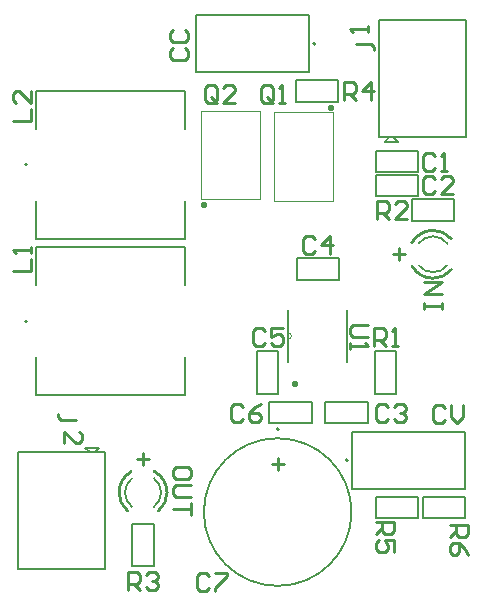
<source format=gto>
G04*
G04 #@! TF.GenerationSoftware,Altium Limited,Altium Designer,21.6.4 (81)*
G04*
G04 Layer_Color=65535*
%FSLAX44Y44*%
%MOMM*%
G71*
G04*
G04 #@! TF.SameCoordinates,349311D0-8F54-414D-B441-84A76E2CFB74*
G04*
G04*
G04 #@! TF.FilePolarity,Positive*
G04*
G01*
G75*
%ADD10C,0.1270*%
%ADD11C,0.2000*%
%ADD12C,0.0000*%
%ADD13C,0.2540*%
%ADD14C,0.1524*%
%ADD15C,0.1000*%
D10*
X291000Y71750D02*
G03*
X291000Y71750I-62500J0D01*
G01*
X291850Y91650D02*
X387150D01*
X291850D02*
Y139950D01*
X387150Y91650D02*
Y139950D01*
X291850D02*
X387150D01*
X159350Y492350D02*
X254650D01*
Y444050D02*
Y492350D01*
X159350Y444050D02*
Y492350D01*
Y444050D02*
X254650D01*
D11*
X229500Y141750D02*
G03*
X229500Y141750I-1000J0D01*
G01*
X288000Y115750D02*
G03*
X288000Y115750I-1000J0D01*
G01*
X260500Y468250D02*
G03*
X260500Y468250I-1000J0D01*
G01*
X244500Y268500D02*
X280500D01*
X244500D02*
Y286500D01*
X280500D01*
Y268500D02*
Y286500D01*
X211000Y172000D02*
Y208000D01*
X229000D01*
Y172000D02*
Y208000D01*
X211000Y172000D02*
X229000D01*
X387500Y66750D02*
Y84750D01*
X351500D02*
X387500D01*
X351500Y66750D02*
Y84750D01*
Y66750D02*
X387500D01*
X347500D02*
Y84750D01*
X311500D02*
X347500D01*
X311500Y66750D02*
Y84750D01*
Y66750D02*
X347500D01*
X280000Y419250D02*
Y437250D01*
X244000D02*
X280000D01*
X244000Y419250D02*
Y437250D01*
Y419250D02*
X280000D01*
X105500Y25750D02*
Y61750D01*
X123500D01*
Y25750D02*
Y61750D01*
X105500Y25750D02*
X123500D01*
X342000Y336500D02*
X378000D01*
Y318500D02*
Y336500D01*
X342000Y318500D02*
X378000D01*
X342000D02*
Y336500D01*
X329000Y172000D02*
Y208000D01*
X311000Y172000D02*
X329000D01*
X311000D02*
Y208000D01*
X329000D01*
X65780Y126190D02*
X69190Y122780D01*
X65780Y126190D02*
X77400D01*
X73590Y122380D02*
X77400Y126190D01*
X8300Y23320D02*
Y122380D01*
Y23320D02*
X82480D01*
Y122380D01*
X8781D02*
X82480D01*
X314020Y389120D02*
X387720D01*
X314020D02*
Y488180D01*
X388200D01*
Y389120D02*
Y488180D01*
X319100Y385310D02*
X322910Y389120D01*
X319100Y385310D02*
X330720D01*
X327310Y388720D02*
X330720Y385310D01*
X221500Y146750D02*
X257500D01*
X221500D02*
Y164750D01*
X257500D01*
Y146750D02*
Y164750D01*
X269000Y164750D02*
X305000D01*
Y146750D02*
Y164750D01*
X269000Y146750D02*
X305000D01*
X269000D02*
Y164750D01*
X347500Y339250D02*
Y357250D01*
X311500D02*
X347500D01*
X311500Y339250D02*
Y357250D01*
Y339250D02*
X347500D01*
Y359250D02*
Y377250D01*
X311500D02*
X347500D01*
X311500Y359250D02*
Y377250D01*
Y359250D02*
X347500D01*
D12*
X240656Y181873D02*
G03*
X244228Y181873I1786J-910D01*
G01*
X237108Y217702D02*
G03*
X237108Y223798I0J3048D01*
G01*
D13*
X342402Y279840D02*
G03*
X359999Y269680I17598J10160D01*
G01*
X360000D02*
G03*
X375566Y276939I0J20320D01*
G01*
X360001Y310320D02*
G03*
X342059Y299540I0J-20320D01*
G01*
X375566Y303061D02*
G03*
X360000Y310320I-15566J-13061D01*
G01*
X104340Y105848D02*
G03*
X94180Y88251I10160J-17598D01*
G01*
Y88250D02*
G03*
X101439Y72684I20320J0D01*
G01*
X134820Y88250D02*
G03*
X124040Y106191I-20320J0D01*
G01*
X127562Y72684D02*
G03*
X134820Y88250I-13061J15566D01*
G01*
X336521Y290000D02*
X326364D01*
X331442Y284922D02*
Y295078D01*
X114500Y111730D02*
Y121886D01*
X109422Y116808D02*
X119578D01*
X228500Y107529D02*
Y117686D01*
X223421Y112608D02*
X233578D01*
X243730Y179460D02*
X241191D01*
Y181999D01*
X243730D01*
Y179460D01*
X167360Y330940D02*
X164821D01*
Y333479D01*
X167360D01*
Y330940D01*
X271640Y415560D02*
X274179D01*
Y413021D01*
X271640D01*
Y415560D01*
X374383Y60946D02*
X389618D01*
Y53328D01*
X387079Y50789D01*
X382000D01*
X379461Y53328D01*
Y60946D01*
Y55868D02*
X374383Y50789D01*
X389618Y35554D02*
X387079Y40633D01*
X382000Y45711D01*
X376922D01*
X374383Y43172D01*
Y38093D01*
X376922Y35554D01*
X379461D01*
X382000Y38093D01*
Y45711D01*
X311883Y63446D02*
X327118D01*
Y55828D01*
X324579Y53289D01*
X319500D01*
X316961Y55828D01*
Y63446D01*
Y58368D02*
X311883Y53289D01*
X327118Y38054D02*
Y48211D01*
X319500D01*
X322039Y43133D01*
Y40593D01*
X319500Y38054D01*
X314422D01*
X311883Y40593D01*
Y45672D01*
X314422Y48211D01*
X284304Y420633D02*
Y435868D01*
X291922D01*
X294461Y433329D01*
Y428250D01*
X291922Y425711D01*
X284304D01*
X289383D02*
X294461Y420633D01*
X307157D02*
Y435868D01*
X299539Y428250D01*
X309696D01*
X352382Y243574D02*
Y248652D01*
Y246113D01*
X367617D01*
Y243574D01*
Y248652D01*
Y256270D02*
X352382D01*
X367617Y266426D01*
X352382D01*
X155118Y102696D02*
Y107774D01*
X152578Y110313D01*
X142422D01*
X139882Y107774D01*
Y102696D01*
X142422Y100157D01*
X152578D01*
X155118Y102696D01*
Y95078D02*
X142422D01*
X139882Y92539D01*
Y87461D01*
X142422Y84922D01*
X155118D01*
Y79843D02*
Y69687D01*
Y74765D01*
X139882D01*
X101804Y5633D02*
Y20868D01*
X109422D01*
X111961Y18328D01*
Y13250D01*
X109422Y10711D01*
X101804D01*
X106883D02*
X111961Y5633D01*
X117039Y18328D02*
X119579Y20868D01*
X124657D01*
X127196Y18328D01*
Y15789D01*
X124657Y13250D01*
X122118D01*
X124657D01*
X127196Y10711D01*
Y8172D01*
X124657Y5633D01*
X119579D01*
X117039Y8172D01*
X312304Y319883D02*
Y335117D01*
X319922D01*
X322461Y332578D01*
Y327500D01*
X319922Y324961D01*
X312304D01*
X317383D02*
X322461Y319883D01*
X337696D02*
X327539D01*
X337696Y330039D01*
Y332578D01*
X335157Y335117D01*
X330078D01*
X327539Y332578D01*
X305118Y230157D02*
X292422D01*
X289883Y227617D01*
Y222539D01*
X292422Y220000D01*
X305118D01*
X289883Y214922D02*
Y209843D01*
Y212382D01*
X305118D01*
X302578Y214922D01*
X4383Y403054D02*
X19618D01*
Y413211D01*
Y428446D02*
Y418289D01*
X9461Y428446D01*
X6922D01*
X4383Y425907D01*
Y420829D01*
X6922Y418289D01*
X4383Y275593D02*
X19618D01*
Y285750D01*
Y290828D02*
Y295907D01*
Y293368D01*
X4383D01*
X6922Y290828D01*
X369961Y160078D02*
X367422Y162617D01*
X362343D01*
X359804Y160078D01*
Y149922D01*
X362343Y147382D01*
X367422D01*
X369961Y149922D01*
X375039Y162617D02*
Y152461D01*
X380117Y147382D01*
X385196Y152461D01*
Y162617D01*
X139922Y464961D02*
X137382Y462422D01*
Y457343D01*
X139922Y454804D01*
X150078D01*
X152618Y457343D01*
Y462422D01*
X150078Y464961D01*
X139922Y480196D02*
X137382Y477657D01*
Y472578D01*
X139922Y470039D01*
X150078D01*
X152618Y472578D01*
Y477657D01*
X150078Y480196D01*
X309843Y212383D02*
Y227617D01*
X317461D01*
X320000Y225078D01*
Y220000D01*
X317461Y217461D01*
X309843D01*
X314922D02*
X320000Y212383D01*
X325078D02*
X330157D01*
X327618D01*
Y227617D01*
X325078Y225078D01*
X176961Y420672D02*
Y430829D01*
X174422Y433368D01*
X169343D01*
X166804Y430829D01*
Y420672D01*
X169343Y418133D01*
X174422D01*
X171883Y423211D02*
X176961Y418133D01*
X174422D02*
X176961Y420672D01*
X192196Y418133D02*
X182039D01*
X192196Y428289D01*
Y430829D01*
X189657Y433368D01*
X184578D01*
X182039Y430829D01*
X224500Y420672D02*
Y430829D01*
X221961Y433368D01*
X216883D01*
X214343Y430829D01*
Y420672D01*
X216883Y418133D01*
X221961D01*
X219422Y423211D02*
X224500Y418133D01*
X221961D02*
X224500Y420672D01*
X229578Y418133D02*
X234657D01*
X232118D01*
Y433368D01*
X229578Y430829D01*
X42343Y155196D02*
Y152657D01*
X44882Y150118D01*
X57578D01*
X47422Y129804D02*
Y139961D01*
X57578Y129804D01*
X60118D01*
X62657Y132343D01*
Y137422D01*
X60118Y139961D01*
X309657Y463093D02*
Y465633D01*
X307118Y468172D01*
X294422D01*
X304578Y478329D02*
Y483407D01*
Y480868D01*
X289343D01*
X291883Y478329D01*
X169961Y17578D02*
X167422Y20117D01*
X162343D01*
X159804Y17578D01*
Y7422D01*
X162343Y4882D01*
X167422D01*
X169961Y7422D01*
X175039Y20117D02*
X185196D01*
Y17578D01*
X175039Y7422D01*
Y4882D01*
X199461Y160828D02*
X196922Y163368D01*
X191843D01*
X189304Y160828D01*
Y150672D01*
X191843Y148133D01*
X196922D01*
X199461Y150672D01*
X214696Y163368D02*
X209618Y160828D01*
X204539Y155750D01*
Y150672D01*
X207078Y148133D01*
X212157D01*
X214696Y150672D01*
Y153211D01*
X212157Y155750D01*
X204539D01*
X217461Y225078D02*
X214922Y227617D01*
X209843D01*
X207304Y225078D01*
Y214922D01*
X209843Y212383D01*
X214922D01*
X217461Y214922D01*
X232696Y227617D02*
X222539D01*
Y220000D01*
X227617Y222539D01*
X230157D01*
X232696Y220000D01*
Y214922D01*
X230157Y212383D01*
X225078D01*
X222539Y214922D01*
X259961Y302578D02*
X257422Y305117D01*
X252343D01*
X249804Y302578D01*
Y292422D01*
X252343Y289883D01*
X257422D01*
X259961Y292422D01*
X272657Y289883D02*
Y305117D01*
X265039Y297500D01*
X275196D01*
X321961Y160828D02*
X319422Y163368D01*
X314343D01*
X311804Y160828D01*
Y150672D01*
X314343Y148133D01*
X319422D01*
X321961Y150672D01*
X327039Y160828D02*
X329579Y163368D01*
X334657D01*
X337196Y160828D01*
Y158289D01*
X334657Y155750D01*
X332118D01*
X334657D01*
X337196Y153211D01*
Y150672D01*
X334657Y148133D01*
X329579D01*
X327039Y150672D01*
X361961Y353329D02*
X359422Y355868D01*
X354343D01*
X351804Y353329D01*
Y343172D01*
X354343Y340633D01*
X359422D01*
X361961Y343172D01*
X377196Y340633D02*
X367039D01*
X377196Y350789D01*
Y353329D01*
X374657Y355868D01*
X369579D01*
X367039Y353329D01*
X362000Y373329D02*
X359461Y375868D01*
X354383D01*
X351843Y373329D01*
Y363172D01*
X354383Y360633D01*
X359461D01*
X362000Y363172D01*
X367079Y360633D02*
X372157D01*
X369618D01*
Y375868D01*
X367079Y373329D01*
D14*
X347991Y280617D02*
G03*
X360000Y274760I12009J9383D01*
G01*
X360000D02*
G03*
X372009Y280617I0J15240D01*
G01*
X360000Y305240D02*
G03*
X347829Y299172I0J-15240D01*
G01*
X372329Y298958D02*
G03*
X360000Y305240I-12329J-8958D01*
G01*
X105117Y100259D02*
G03*
X99260Y88250I9383J-12009D01*
G01*
Y88250D02*
G03*
X105117Y76241I15240J0D01*
G01*
X129740Y88250D02*
G03*
X123672Y100421I-15240J0D01*
G01*
X123458Y75921D02*
G03*
X129740Y88251I-8958J12329D01*
G01*
X16134Y365750D02*
G03*
X16134Y365750I-762J0D01*
G01*
Y233250D02*
G03*
X16134Y233250I-762J0D01*
G01*
X286892Y198652D02*
Y242848D01*
X237108Y223798D02*
Y242848D01*
Y217702D02*
Y223798D01*
Y198652D02*
Y217702D01*
X24262Y303012D02*
Y335372D01*
Y396129D02*
Y428488D01*
X149738D01*
Y303012D02*
Y335372D01*
X24262Y303012D02*
X149738D01*
Y396129D02*
Y428488D01*
X24262Y170512D02*
Y202872D01*
Y263629D02*
Y295988D01*
X149738D01*
Y170512D02*
Y202872D01*
X24262Y170512D02*
X149738D01*
Y263629D02*
Y295988D01*
D15*
X213900Y336400D02*
Y411400D01*
X163901Y336400D02*
X213900D01*
X163901D02*
Y411400D01*
X213900D01*
X225100Y335100D02*
X275100D01*
Y410100D01*
X225100D02*
X275100D01*
X225100Y335100D02*
Y410100D01*
M02*

</source>
